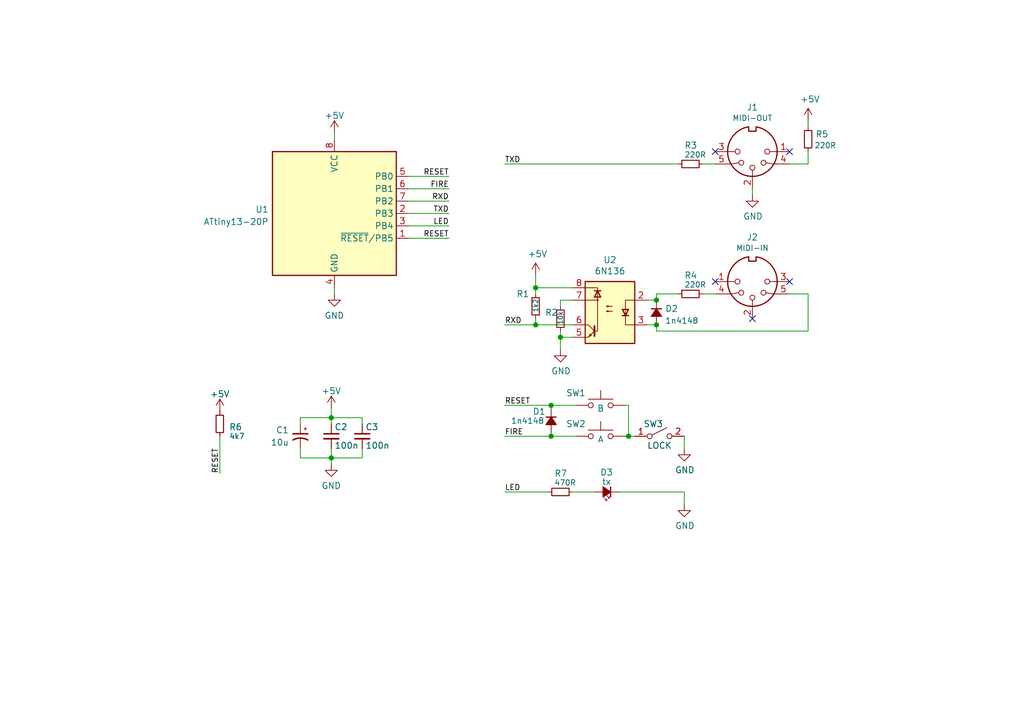
<source format=kicad_sch>
(kicad_sch (version 20230121) (generator eeschema)
  (paper "A5")
  (title_block (title "AVR-MIDI-panic") (date "2022-08-18") (company "Luc Hondareyte"))
  (lib_symbols
    (symbol "Connector:DIN-5_180degree" (pin_names (offset 1.016))
      (property "Reference" "J" (at 3.175 5.715 0))
      (property "Value" "DIN-5_180degree" (at 0 -6.35 0))
      (symbol "DIN-5_180degree_0_1"
        (arc (start -5.08 0) (mid -3.8597 -3.3379) (end -0.762 -5.08) (stroke (width 0.254)))
        (circle (center -3.048 0) (radius 0.508))
        (circle (center -2.286 2.286) (radius 0.508))
        (polyline (pts (xy -5.08 0) (xy -3.556 0)))
        (polyline (pts (xy 0 5.08) (xy 0 3.81)))
        (polyline (pts (xy 5.08 0) (xy 3.556 0)))
        (polyline (pts (xy -5.08 2.54) (xy -4.318 2.54) (xy -2.794 2.286)))
        (polyline (pts (xy 5.08 2.54) (xy 4.318 2.54) (xy 2.794 2.286)))
        (polyline (pts (xy -0.762 -4.953) (xy -0.762 -4.191) (xy 0.762 -4.191) (xy 0.762 -4.953)) (stroke (width 0.254)))
        (circle (center 0 3.302) (radius 0.508))
        (arc (start 0.762 -5.08) (mid 3.8673 -3.3444) (end 5.08 0) (stroke (width 0.254)))
        (circle (center 2.286 2.286) (radius 0.508))
        (circle (center 3.048 0) (radius 0.508))
        (arc (start 5.08 0) (mid 0 5.0579) (end -5.08 0) (stroke (width 0.254)))
      )
      (symbol "DIN-5_180degree_1_1"
        (pin passive line (at -7.62 0 0) (length 2.54) (name "~") (number "1"))
        (pin passive line (at 0 7.62 270) (length 2.54) (name "~") (number "2"))
        (pin passive line (at 7.62 0 180) (length 2.54) (name "~") (number "3"))
        (pin passive line (at -7.62 2.54 0) (length 2.54) (name "~") (number "4"))
        (pin passive line (at 7.62 2.54 180) (length 2.54) (name "~") (number "5"))
      )
    )
    (symbol "Device:C_Polarized_Small_US" (pin_numbers hide) (pin_names (offset 0.254) hide)
      (property "Reference" "C" (at 0.254 1.778 0))
      (property "Value" "C_Polarized_Small_US" (at 0.254 -2.032 0))
      (symbol "C_Polarized_Small_US_0_1"
        (polyline (pts (xy -1.524 0.508) (xy 1.524 0.508)) (stroke (width 0.3048)))
        (polyline (pts (xy -1.27 1.524) (xy -0.762 1.524)))
        (polyline (pts (xy -1.016 1.27) (xy -1.016 1.778)))
        (arc (start 1.524 -0.762) (mid 0 -0.3734) (end -1.524 -0.762) (stroke (width 0.3048)))
      )
      (symbol "C_Polarized_Small_US_1_1"
        (pin passive line (at 0 2.54 270) (length 2.032) (name "~") (number "1"))
        (pin passive line (at 0 -2.54 90) (length 2.032) (name "~") (number "2"))
      )
    )
    (symbol "Device:C_Small" (pin_numbers hide) (pin_names (offset 0.254) hide)
      (property "Reference" "C" (at 0.254 1.778 0))
      (property "Value" "C_Small" (at 0.254 -2.032 0))
      (symbol "C_Small_0_1"
        (polyline (pts (xy -1.524 -0.508) (xy 1.524 -0.508)) (stroke (width 0.3302)))
        (polyline (pts (xy -1.524 0.508) (xy 1.524 0.508)) (stroke (width 0.3048)))
      )
      (symbol "C_Small_1_1"
        (pin passive line (at 0 2.54 270) (length 2.032) (name "~") (number "1"))
        (pin passive line (at 0 -2.54 90) (length 2.032) (name "~") (number "2"))
      )
    )
    (symbol "Device:D_Small_Filled" (pin_numbers hide) (pin_names (offset 0.254) hide)
      (property "Reference" "D" (at -1.27 2.032 0))
      (property "Value" "D_Small_Filled" (at -3.81 -2.032 0))
      (symbol "D_Small_Filled_0_1"
        (polyline (pts (xy -0.762 -1.016) (xy -0.762 1.016)) (stroke (width 0.254)))
        (polyline (pts (xy -0.762 0) (xy 0.762 0)))
        (polyline (pts (xy 0.762 -1.016) (xy -0.762 0) (xy 0.762 1.016) (xy 0.762 -1.016)) (stroke (width 0.254)) (fill (type outline)))
      )
      (symbol "D_Small_Filled_1_1"
        (pin passive line (at -2.54 0 0) (length 1.778) (name "K") (number "1"))
        (pin passive line (at 2.54 0 180) (length 1.778) (name "A") (number "2"))
      )
    )
    (symbol "Device:LED_Small_Filled" (pin_numbers hide) (pin_names (offset 0.254) hide)
      (property "Reference" "D" (at -1.27 3.175 0))
      (property "Value" "LED_Small_Filled" (at -4.445 -2.54 0))
      (symbol "LED_Small_Filled_0_1"
        (polyline (pts (xy -0.762 -1.016) (xy -0.762 1.016)) (stroke (width 0.254)))
        (polyline (pts (xy 1.016 0) (xy -0.762 0)))
        (polyline (pts (xy 0.762 -1.016) (xy -0.762 0) (xy 0.762 1.016) (xy 0.762 -1.016)) (stroke (width 0.254)) (fill (type outline)))
        (polyline (pts (xy 0 0.762) (xy -0.508 1.27) (xy -0.254 1.27) (xy -0.508 1.27) (xy -0.508 1.016)))
        (polyline (pts (xy 0.508 1.27) (xy 0 1.778) (xy 0.254 1.778) (xy 0 1.778) (xy 0 1.524)))
      )
      (symbol "LED_Small_Filled_1_1"
        (pin passive line (at -2.54 0 0) (length 1.778) (name "K") (number "1"))
        (pin passive line (at 2.54 0 180) (length 1.778) (name "A") (number "2"))
      )
    )
    (symbol "Device:R_Small" (pin_numbers hide) (pin_names (offset 0.254) hide)
      (property "Reference" "R" (at 0.762 0.508 0))
      (property "Value" "R_Small" (at 0.762 -1.016 0))
      (symbol "R_Small_0_1"
        (rectangle (start -0.762 1.778) (end 0.762 -1.778) (stroke (width 0.2032)))
      )
      (symbol "R_Small_1_1"
        (pin passive line (at 0 2.54 270) (length 0.762) (name "~") (number "1"))
        (pin passive line (at 0 -2.54 90) (length 0.762) (name "~") (number "2"))
      )
    )
    (symbol "Isolator:6N136" (pin_names (offset 1.016))
      (property "Reference" "U" (at -5.08 7.62 0))
      (property "Value" "6N136" (at 0 7.62 0))
      (symbol "6N136_0_1"
        (rectangle (start -5.08 6.35) (end 5.08 -6.35) (stroke (width 0.254)) (fill (type background)))
        (polyline (pts (xy -3.81 -0.635) (xy -2.54 -0.635)) (stroke (width 0.254)))
        (polyline (pts (xy 1.905 4.445) (xy 3.175 4.445)) (stroke (width 0.254)))
        (polyline (pts (xy 3.175 -2.794) (xy 3.175 -4.826)) (stroke (width 0.3556)))
        (polyline (pts (xy 3.302 -3.937) (xy 4.445 -5.08)))
        (polyline (pts (xy 3.302 -3.683) (xy 4.445 -2.54)))
        (polyline (pts (xy 5.08 -5.08) (xy 4.445 -5.08)))
        (polyline (pts (xy 5.08 -2.54) (xy 4.445 -2.54)))
        (polyline (pts (xy 5.08 2.54) (xy 2.54 2.54)))
        (polyline (pts (xy -5.08 2.54) (xy -3.175 2.54) (xy -3.175 -2.54) (xy -5.08 -2.54)))
        (polyline (pts (xy -3.175 -0.635) (xy -3.81 0.635) (xy -2.54 0.635) (xy -3.175 -0.635)) (stroke (width 0.254)))
        (polyline (pts (xy 2.54 4.445) (xy 1.905 3.175) (xy 3.175 3.175) (xy 2.54 4.445)) (stroke (width 0.254)))
        (polyline (pts (xy 4.318 -4.953) (xy 4.064 -4.445) (xy 3.81 -4.699) (xy 4.318 -4.953)))
        (polyline (pts (xy 5.08 5.08) (xy 2.54 5.08) (xy 2.54 -3.81) (xy 3.175 -3.81)))
        (polyline (pts (xy -0.508 0.254) (xy 0.762 0.254) (xy 0.381 0.127) (xy 0.381 0.381) (xy 0.762 0.254)))
        (polyline (pts (xy -0.508 1.27) (xy 0.762 1.27) (xy 0.381 1.143) (xy 0.381 1.397) (xy 0.762 1.27)))
        (circle (center 2.54 2.54) (radius 0.127))
      )
      (symbol "6N136_1_1"
        (pin no_connect line (at -5.08 5.08 0) (length 2.54) hide (name "NC") (number "1"))
        (pin passive line (at -7.62 2.54 0) (length 2.54) (name "~") (number "2"))
        (pin passive line (at -7.62 -2.54 0) (length 2.54) (name "~") (number "3"))
        (pin no_connect line (at -5.08 -5.08 0) (length 2.54) hide (name "NC") (number "4"))
        (pin passive line (at 7.62 -5.08 180) (length 2.54) (name "~") (number "5"))
        (pin passive line (at 7.62 -2.54 180) (length 2.54) (name "~") (number "6"))
        (pin passive line (at 7.62 2.54 180) (length 2.54) (name "~") (number "7"))
        (pin passive line (at 7.62 5.08 180) (length 2.54) (name "~") (number "8"))
      )
    )
    (symbol "MCU_Microchip_ATtiny:ATtiny13-20P"
      (property "Reference" "U" (at -12.7 13.97 0))
      (property "Value" "ATtiny13-20P" (at 2.54 -13.97 0))
      (symbol "ATtiny13-20P_0_1"
        (rectangle (start -12.7 -12.7) (end 12.7 12.7) (stroke (width 0.254)) (fill (type background)))
      )
      (symbol "ATtiny13-20P_1_1"
        (pin bidirectional line (at 15.24 -5.08 180) (length 2.54) (name "~{RESET}/PB5") (number "1"))
        (pin bidirectional line (at 15.24 0 180) (length 2.54) (name "PB3") (number "2"))
        (pin bidirectional line (at 15.24 -2.54 180) (length 2.54) (name "PB4") (number "3"))
        (pin power_in line (at 0 -15.24 90) (length 2.54) (name "GND") (number "4"))
        (pin bidirectional line (at 15.24 7.62 180) (length 2.54) (name "PB0") (number "5"))
        (pin bidirectional line (at 15.24 5.08 180) (length 2.54) (name "PB1") (number "6"))
        (pin bidirectional line (at 15.24 2.54 180) (length 2.54) (name "PB2") (number "7"))
        (pin power_in line (at 0 15.24 270) (length 2.54) (name "VCC") (number "8"))
      )
    )
    (symbol "Switch:SW_Push" (pin_numbers hide) (pin_names (offset 1.016) hide)
      (property "Reference" "SW" (at 1.27 2.54 0))
      (property "Value" "SW_Push" (at 0 -1.524 0))
      (symbol "SW_Push_0_1"
        (circle (center -2.032 0) (radius 0.508))
        (polyline (pts (xy 0 1.27) (xy 0 3.048)))
        (polyline (pts (xy 2.54 1.27) (xy -2.54 1.27)))
        (circle (center 2.032 0) (radius 0.508))
        (pin passive line (at -5.08 0 0) (length 2.54) (name "1") (number "1"))
        (pin passive line (at 5.08 0 180) (length 2.54) (name "2") (number "2"))
      )
    )
    (symbol "Switch:SW_SPST" (pin_names (offset 0) hide)
      (property "Reference" "SW" (at 0 3.175 0))
      (property "Value" "SW_SPST" (at 0 -2.54 0))
      (symbol "SW_SPST_0_0"
        (circle (center -2.032 0) (radius 0.508))
        (polyline (pts (xy -1.524 0.254) (xy 1.524 1.778)))
        (circle (center 2.032 0) (radius 0.508))
      )
      (symbol "SW_SPST_1_1"
        (pin passive line (at -5.08 0 0) (length 2.54) (name "A") (number "1"))
        (pin passive line (at 5.08 0 180) (length 2.54) (name "B") (number "2"))
      )
    )
    (symbol "power:+5V" (power) (pin_names (offset 0))
      (property "Value" "+5V" (at 0 3.556 0))
      (symbol "+5V_0_1"
        (polyline (pts (xy -0.762 1.27) (xy 0 2.54)))
        (polyline (pts (xy 0 0) (xy 0 2.54)))
        (polyline (pts (xy 0 2.54) (xy 0.762 1.27)))
      )
      (symbol "+5V_1_1"
        (pin power_in line (at 0 0 90) (length 0) hide (name "+5V") (number "1"))
      )
    )
    (symbol "power:GND" (power) (pin_names (offset 0))
      (property "Value" "GND" (at 0 -3.81 0))
      (symbol "GND_0_1"
        (polyline (pts (xy 0 0) (xy 0 -1.27) (xy 1.27 -1.27) (xy 0 -2.54) (xy -1.27 -1.27) (xy 0 -1.27)))
      )
      (symbol "GND_1_1"
        (pin power_in line (at 0 0 270) (length 0) hide (name "GND") (number "1"))
      )
    )
  )
  (junction (at 113.03 89.535))
  (junction (at 128.905 89.535))
  (junction (at 67.945 85.725))
  (junction (at 109.855 59.055))
  (junction (at 67.945 93.98))
  (junction (at 114.935 69.215))
  (junction (at 134.62 61.595))
  (junction (at 134.62 66.675))
  (junction (at 113.03 83.185))
  (junction (at 109.855 66.675))
  (no_connect (at 161.925 31.115))
  (no_connect (at 154.305 65.405))
  (no_connect (at 146.685 31.115))
  (no_connect (at 161.925 57.785))
  (no_connect (at 146.685 57.785))
  (wire (pts (xy 132.715 61.595) (xy 134.62 61.595)))
  (wire (pts (xy 128.27 83.185) (xy 128.905 83.185)))
  (wire (pts (xy 83.82 41.275) (xy 92.075 41.275)))
  (wire (pts (xy 113.03 88.9) (xy 113.03 89.535)))
  (wire (pts (xy 109.855 56.515) (xy 109.855 59.055)))
  (wire (pts (xy 113.03 89.535) (xy 103.505 89.535)))
  (wire (pts (xy 83.82 43.815) (xy 92.075 43.815)))
  (wire (pts (xy 165.735 31.115) (xy 165.735 33.655)))
  (wire (pts (xy 161.925 60.325) (xy 165.735 60.325)))
  (wire (pts (xy 117.475 61.595) (xy 114.935 61.595)))
  (wire (pts (xy 109.855 65.405) (xy 109.855 66.675)))
  (wire (pts (xy 113.03 83.185) (xy 113.03 83.82)))
  (wire (pts (xy 114.935 71.755) (xy 114.935 69.215)))
  (wire (pts (xy 128.905 89.535) (xy 130.175 89.535)))
  (wire (pts (xy 103.505 83.185) (xy 113.03 83.185)))
  (wire (pts (xy 134.62 60.325) (xy 139.065 60.325)))
  (wire (pts (xy 165.735 60.325) (xy 165.735 67.945)))
  (wire (pts (xy 134.62 61.595) (xy 134.62 60.325)))
  (wire (pts (xy 140.335 100.965) (xy 127 100.965)))
  (wire (pts (xy 74.295 93.98) (xy 74.295 92.075)))
  (wire (pts (xy 83.82 46.355) (xy 92.075 46.355)))
  (wire (pts (xy 114.935 61.595) (xy 114.935 62.865)))
  (wire (pts (xy 114.935 67.945) (xy 114.935 69.215)))
  (wire (pts (xy 114.935 69.215) (xy 117.475 69.215)))
  (wire (pts (xy 68.58 59.055) (xy 68.58 60.325)))
  (wire (pts (xy 109.855 60.325) (xy 109.855 59.055)))
  (wire (pts (xy 61.595 92.075) (xy 61.595 93.98)))
  (wire (pts (xy 117.475 66.675) (xy 109.855 66.675)))
  (wire (pts (xy 134.62 66.675) (xy 134.62 67.945)))
  (wire (pts (xy 45.085 89.535) (xy 45.085 97.155)))
  (wire (pts (xy 140.335 103.505) (xy 140.335 100.965)))
  (wire (pts (xy 128.27 89.535) (xy 128.905 89.535)))
  (wire (pts (xy 83.82 48.895) (xy 92.075 48.895)))
  (wire (pts (xy 67.945 83.82) (xy 67.945 85.725)))
  (wire (pts (xy 68.58 27.305) (xy 68.58 28.575)))
  (wire (pts (xy 144.145 33.655) (xy 146.685 33.655)))
  (wire (pts (xy 165.735 33.655) (xy 161.925 33.655)))
  (wire (pts (xy 140.335 89.535) (xy 140.335 92.075)))
  (wire (pts (xy 67.945 93.98) (xy 74.295 93.98)))
  (wire (pts (xy 109.855 59.055) (xy 117.475 59.055)))
  (wire (pts (xy 165.735 24.765) (xy 165.735 26.035)))
  (wire (pts (xy 134.62 67.945) (xy 165.735 67.945)))
  (wire (pts (xy 103.505 66.675) (xy 109.855 66.675)))
  (wire (pts (xy 112.395 100.965) (xy 103.505 100.965)))
  (wire (pts (xy 113.03 89.535) (xy 118.11 89.535)))
  (wire (pts (xy 61.595 93.98) (xy 67.945 93.98)))
  (wire (pts (xy 117.475 100.965) (xy 121.92 100.965)))
  (wire (pts (xy 128.905 83.185) (xy 128.905 89.535)))
  (wire (pts (xy 67.945 85.725) (xy 67.945 86.995)))
  (wire (pts (xy 74.295 85.725) (xy 74.295 86.995)))
  (wire (pts (xy 67.945 93.98) (xy 67.945 95.25)))
  (wire (pts (xy 67.945 92.075) (xy 67.945 93.98)))
  (wire (pts (xy 154.305 40.005) (xy 154.305 38.735)))
  (wire (pts (xy 144.145 60.325) (xy 146.685 60.325)))
  (wire (pts (xy 113.03 83.185) (xy 118.11 83.185)))
  (wire (pts (xy 83.82 36.195) (xy 92.075 36.195)))
  (wire (pts (xy 61.595 86.995) (xy 61.595 85.725)))
  (wire (pts (xy 132.715 66.675) (xy 134.62 66.675)))
  (wire (pts (xy 83.82 38.735) (xy 92.075 38.735)))
  (wire (pts (xy 67.945 85.725) (xy 74.295 85.725)))
  (wire (pts (xy 61.595 85.725) (xy 67.945 85.725)))
  (wire (pts (xy 103.505 33.655) (xy 139.065 33.655)))
  (label "FIRE" (at 92.075 38.735 180) (effects (font (size 1.1176 1.1176))))
  (label "RESET" (at 103.505 83.185 0) (effects (font (size 1.1176 1.1176))))
  (label "TXD" (at 103.505 33.655 0) (effects (font (size 1.1176 1.1176))))
  (label "LED" (at 92.075 46.355 180) (effects (font (size 1.1176 1.1176))))
  (label "LED" (at 103.505 100.965 0) (effects (font (size 1.1176 1.1176))))
  (label "RESET" (at 92.075 48.895 180) (effects (font (size 1.1176 1.1176))))
  (label "RESET" (at 92.075 36.195 180) (effects (font (size 1.1176 1.1176))))
  (label "RXD" (at 103.505 66.675 0) (effects (font (size 1.1176 1.1176))))
  (label "FIRE" (at 103.505 89.535 0) (effects (font (size 1.1176 1.1176))))
  (label "RXD" (at 92.075 41.275 180) (effects (font (size 1.1176 1.1176))))
  (label "RESET" (at 45.085 97.155 90) (effects (font (size 1.1176 1.1176))))
  (label "TXD" (at 92.075 43.815 180) (effects (font (size 1.1176 1.1176))))
  (symbol (lib_id "Device:R_Small") (at 165.735 28.575 0) (unit 1)
    (property "Reference" "R5" (at 167.2336 27.5336 0) (effects (justify left)))
    (property "Value" "220R" (at 167.005 29.845 0) (effects (font (size 1.1176 1.1176)) (justify left)))
  )
  (symbol (lib_id "Connector:DIN-5_180degree") (at 154.305 57.785 0) (mirror x) (unit 1)
    (property "Reference" "J2" (at 154.305 48.6918 0))
    (property "Value" "MIDI-IN" (at 154.305 50.9016 0) (effects (font (size 1.1176 1.1176))))
    (property "Datasheet" "http://www.mouser.com/ds/2/18/40_c091_abd_e-75918.pdf" (effects hide))
  )
  (symbol (lib_id "power:GND") (at 154.305 40.005 0) (unit 1)
    (property "Reference" "#PWR08" (effects hide))
    (property "Value" "GND" (at 154.432 44.3992 0))
  )
  (symbol (lib_id "power:GND") (at 114.935 71.755 0) (unit 1)
    (property "Reference" "#PWR06" (effects hide))
    (property "Value" "GND" (at 115.062 76.1492 0))
  )
  (symbol (lib_id "power:+5V") (at 109.855 56.515 0) (unit 1)
    (property "Reference" "#PWR05" (effects hide))
    (property "Value" "+5V" (at 110.236 52.1208 0))
  )
  (symbol (lib_id "power:+5V") (at 165.735 24.765 0) (unit 1)
    (property "Reference" "#PWR09" (effects hide))
    (property "Value" "+5V" (at 166.116 20.3708 0))
  )
  (symbol (lib_id "Isolator:6N136") (at 125.095 64.135 0) (mirror y) (unit 1)
    (property "Reference" "U2" (at 125.095 53.34 0))
    (property "Value" "6N136" (at 125.095 55.6514 0))
    (property "Footprint" "Package_DIP:DIP-8_W7.62mm" (effects hide))
    (property "Datasheet" "https://optoelectronics.liteon.com/upload/download/DS70-2008-0032/6N135-L%206N136-L%20series.pdf" (effects hide))
  )
  (symbol (lib_id "Device:R_Small") (at 141.605 60.325 270) (unit 1)
    (property "Reference" "R4" (at 140.335 56.515 90) (effects (justify left)))
    (property "Value" "220R" (at 140.335 58.42 90) (effects (font (size 1.1176 1.1176)) (justify left)))
  )
  (symbol (lib_id "Device:R_Small") (at 114.935 65.405 0) (unit 1)
    (property "Reference" "R2" (at 111.76 64.135 0) (effects (justify left)))
    (property "Value" "10k" (at 114.935 66.675 90) (effects (font (size 0.9906 0.9906)) (justify left)))
  )
  (symbol (lib_id "Device:R_Small") (at 141.605 33.655 270) (unit 1)
    (property "Reference" "R3" (at 140.335 29.845 90) (effects (justify left)))
    (property "Value" "220R" (at 140.335 31.75 90) (effects (font (size 1.1176 1.1176)) (justify left)))
  )
  (symbol (lib_id "Device:R_Small") (at 109.855 62.865 0) (mirror y) (unit 1)
    (property "Reference" "R1" (at 108.585 60.325 0) (effects (justify left)))
    (property "Value" "1k2" (at 109.855 64.135 90) (effects (font (size 0.9906 0.9906)) (justify left)))
  )
  (symbol (lib_id "Connector:DIN-5_180degree") (at 154.305 31.115 180) (unit 1)
    (property "Reference" "J1" (at 154.305 22.0218 0))
    (property "Value" "MIDI-OUT" (at 154.305 24.2316 0) (effects (font (size 1.1176 1.1176))))
    (property "Datasheet" "http://www.mouser.com/ds/2/18/40_c091_abd_e-75918.pdf" (effects hide))
  )
  (symbol (lib_id "Switch:SW_SPST") (at 135.255 89.535 0) (unit 1)
    (property "Reference" "SW3" (at 133.985 86.995 0))
    (property "Value" "LOCK" (at 135.255 91.44 0))
  )
  (symbol (lib_id "Device:LED_Small_Filled") (at 124.46 100.965 180) (unit 1)
    (property "Reference" "D3" (at 124.3965 96.9391 0))
    (property "Value" "tx" (at 124.3965 98.8601 0))
  )
  (symbol (lib_id "Device:R_Small") (at 114.935 100.965 270) (unit 1)
    (property "Reference" "R7" (at 113.665 97.155 90) (effects (justify left)))
    (property "Value" "470R" (at 113.665 99.06 90) (effects (font (size 1.1176 1.1176)) (justify left)))
  )
  (symbol (lib_id "power:GND") (at 67.945 95.25 0) (unit 1)
    (property "Reference" "#PWR02" (effects hide))
    (property "Value" "GND" (at 67.945 99.6934 0))
  )
  (symbol (lib_id "Device:R_Small") (at 45.085 86.995 0) (unit 1)
    (property "Reference" "R6" (at 46.99 87.63 0) (effects (justify left)))
    (property "Value" "4k7" (at 46.99 89.535 0) (effects (font (size 1.1176 1.1176)) (justify left)))
  )
  (symbol (lib_id "Switch:SW_Push") (at 123.19 89.535 0) (unit 1)
    (property "Reference" "SW2" (at 118.11 86.995 0))
    (property "Value" "A" (at 123.19 90.17 0))
  )
  (symbol (lib_id "Device:D_Small_Filled") (at 134.62 64.135 270) (unit 1)
    (property "Reference" "D2" (at 136.398 63.3527 90) (effects (justify left)))
    (property "Value" "1n4148" (at 136.398 65.8052 90) (effects (font (size 1.176 1.176)) (justify left)))
  )
  (symbol (lib_id "MCU_Microchip_ATtiny:ATtiny13-20P") (at 68.58 43.815 0) (unit 1)
    (property "Reference" "U1" (at 55.118 42.9803 0) (effects (justify right)))
    (property "Value" "ATtiny13-20P" (at 55.118 45.5172 0) (effects (justify right)))
    (property "Footprint" "Package_DIP:DIP-8_W7.62mm" (effects hide))
    (property "Datasheet" "http://ww1.microchip.com/downloads/en/DeviceDoc/doc2535.pdf" (effects hide))
  )
  (symbol (lib_id "power:+5V") (at 67.945 83.82 0) (unit 1)
    (property "Reference" "#PWR01" (effects hide))
    (property "Value" "+5V" (at 67.945 80.2442 0))
  )
  (symbol (lib_id "Switch:SW_Push") (at 123.19 83.185 0) (unit 1)
    (property "Reference" "SW1" (at 118.11 80.645 0))
    (property "Value" "B" (at 123.19 83.82 0))
  )
  (symbol (lib_id "Device:C_Polarized_Small_US") (at 61.595 89.535 0) (mirror y) (unit 1)
    (property "Reference" "C1" (at 59.2836 88.2685 0) (effects (justify left)))
    (property "Value" "10u" (at 59.2836 90.8054 0) (effects (justify left)))
  )
  (symbol (lib_id "power:+5V") (at 68.58 27.305 0) (unit 1)
    (property "Reference" "#PWR03" (effects hide))
    (property "Value" "+5V" (at 68.58 23.7292 0))
  )
  (symbol (lib_id "power:GND") (at 68.58 60.325 0) (unit 1)
    (property "Reference" "#PWR04" (effects hide))
    (property "Value" "GND" (at 68.58 64.7684 0))
  )
  (symbol (lib_id "Device:D_Small_Filled") (at 113.03 86.36 270) (unit 1)
    (property "Reference" "D1" (at 109.22 84.455 90) (effects (justify left)))
    (property "Value" "1n4148" (at 104.775 86.36 90) (effects (font (size 1.176 1.176)) (justify left)))
  )
  (symbol (lib_id "power:GND") (at 140.335 92.075 0) (unit 1)
    (property "Reference" "#PWR07" (effects hide))
    (property "Value" "GND" (at 140.462 96.4692 0))
  )
  (symbol (lib_id "power:GND") (at 140.335 103.505 0) (unit 1)
    (property "Reference" "#PWR011" (effects hide))
    (property "Value" "GND" (at 140.462 107.8992 0))
  )
  (symbol (lib_id "power:+5V") (at 45.085 84.455 0) (unit 1)
    (property "Reference" "#PWR010" (effects hide))
    (property "Value" "+5V" (at 45.085 80.8792 0))
  )
  (symbol (lib_id "Device:C_Small") (at 67.945 89.535 0) (mirror y) (unit 1)
    (property "Reference" "C2" (at 68.58 87.63 0) (effects (justify right)))
    (property "Value" "100n" (at 68.58 91.44 0) (effects (justify right)))
  )
  (symbol (lib_id "Device:C_Small") (at 74.295 89.535 0) (unit 1)
    (property "Reference" "C3" (at 74.93 87.63 0) (effects (justify left)))
    (property "Value" "100n" (at 74.93 91.44 0) (effects (justify left)))
  )
)
</source>
